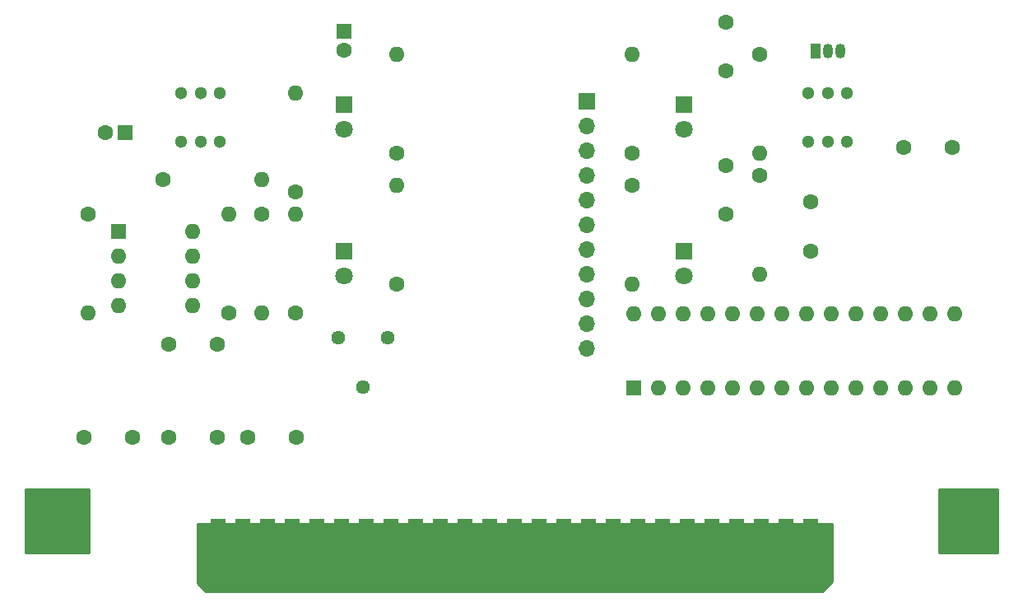
<source format=gbr>
G04 #@! TF.GenerationSoftware,KiCad,Pcbnew,(5.1.7)-1*
G04 #@! TF.CreationDate,2022-01-01T11:30:43-06:00*
G04 #@! TF.ProjectId,FmTransmitterCartridge,466d5472-616e-4736-9d69-747465724361,rev?*
G04 #@! TF.SameCoordinates,Original*
G04 #@! TF.FileFunction,Soldermask,Bot*
G04 #@! TF.FilePolarity,Negative*
%FSLAX46Y46*%
G04 Gerber Fmt 4.6, Leading zero omitted, Abs format (unit mm)*
G04 Created by KiCad (PCBNEW (5.1.7)-1) date 2022-01-01 11:30:43*
%MOMM*%
%LPD*%
G01*
G04 APERTURE LIST*
%ADD10C,1.600000*%
%ADD11O,1.600000X1.600000*%
%ADD12R,1.800000X1.800000*%
%ADD13C,1.800000*%
%ADD14C,5.000000*%
%ADD15R,1.500000X7.000000*%
%ADD16C,1.300000*%
%ADD17R,1.600000X1.600000*%
%ADD18C,1.440000*%
%ADD19R,1.700000X1.700000*%
%ADD20O,1.700000X1.700000*%
%ADD21O,1.050000X1.500000*%
%ADD22R,1.050000X1.500000*%
%ADD23C,0.254000*%
%ADD24C,0.100000*%
G04 APERTURE END LIST*
D10*
G04 #@! TO.C,C8*
X154578000Y-91250000D03*
X154578000Y-86250000D03*
G04 #@! TD*
G04 #@! TO.C,R11*
X110250000Y-101346000D03*
D11*
X110250000Y-91186000D03*
G04 #@! TD*
D12*
G04 #@! TO.C,D4*
X115250000Y-95000000D03*
D13*
X115250000Y-97540000D03*
G04 #@! TD*
G04 #@! TO.C,D5*
X150250000Y-97540000D03*
D12*
X150250000Y-95000000D03*
G04 #@! TD*
D14*
G04 #@! TO.C,H1*
X85350000Y-122600000D03*
G04 #@! TD*
G04 #@! TO.C,H2*
X180150000Y-122600000D03*
G04 #@! TD*
D15*
G04 #@! TO.C,J2*
X163230000Y-126000000D03*
X160690000Y-126000000D03*
X158150000Y-126000000D03*
X155610000Y-126000000D03*
X153070000Y-126000000D03*
X150530000Y-126000000D03*
X147990000Y-126000000D03*
X145450000Y-126000000D03*
X142910000Y-126000000D03*
X140370000Y-126000000D03*
X137830000Y-126000000D03*
X135290000Y-126000000D03*
X132750000Y-126000000D03*
X130210000Y-126000000D03*
X127670000Y-126000000D03*
X125130000Y-126000000D03*
X122590000Y-126000000D03*
X120050000Y-126000000D03*
X117510000Y-126000000D03*
X114970000Y-126000000D03*
X112430000Y-126000000D03*
X109890000Y-126000000D03*
X107350000Y-126000000D03*
X104810000Y-126000000D03*
X102270000Y-126000000D03*
G04 #@! TD*
D10*
G04 #@! TO.C,C4*
X177800000Y-84347000D03*
X172800000Y-84347000D03*
G04 #@! TD*
G04 #@! TO.C,C5*
X154578000Y-76501000D03*
X154578000Y-71501000D03*
G04 #@! TD*
D13*
G04 #@! TO.C,D1*
X115250000Y-82540000D03*
D12*
X115250000Y-80000000D03*
G04 #@! TD*
G04 #@! TO.C,D2*
X150250000Y-80000000D03*
D13*
X150250000Y-82540000D03*
G04 #@! TD*
D11*
G04 #@! TO.C,R4*
X110250000Y-78740000D03*
D10*
X110250000Y-88900000D03*
G04 #@! TD*
G04 #@! TO.C,R5*
X144907000Y-84963000D03*
D11*
X144907000Y-74803000D03*
G04 #@! TD*
D10*
G04 #@! TO.C,R12*
X144907000Y-88265000D03*
D11*
X144907000Y-98425000D03*
G04 #@! TD*
D10*
G04 #@! TO.C,C1*
X110363000Y-114192000D03*
X105363000Y-114192000D03*
G04 #@! TD*
D16*
G04 #@! TO.C,SW1*
X102500000Y-78770000D03*
X100500000Y-78770000D03*
X98500000Y-78770000D03*
X102500000Y-83770000D03*
X100500000Y-83770000D03*
X98500000Y-83770000D03*
G04 #@! TD*
G04 #@! TO.C,SW2*
X163000000Y-83770000D03*
X165000000Y-83770000D03*
X167000000Y-83770000D03*
X163000000Y-78770000D03*
X165000000Y-78770000D03*
X167000000Y-78770000D03*
G04 #@! TD*
D17*
G04 #@! TO.C,U1*
X145100000Y-109087000D03*
D11*
X178120000Y-101467000D03*
X147640000Y-109087000D03*
X175580000Y-101467000D03*
X150180000Y-109087000D03*
X173040000Y-101467000D03*
X152720000Y-109087000D03*
X170500000Y-101467000D03*
X155260000Y-109087000D03*
X167960000Y-101467000D03*
X157800000Y-109087000D03*
X165420000Y-101467000D03*
X160340000Y-109087000D03*
X162880000Y-101467000D03*
X162880000Y-109087000D03*
X160340000Y-101467000D03*
X165420000Y-109087000D03*
X157800000Y-101467000D03*
X167960000Y-109087000D03*
X155260000Y-101467000D03*
X170500000Y-109087000D03*
X152720000Y-101467000D03*
X173040000Y-109087000D03*
X150180000Y-101467000D03*
X175580000Y-109087000D03*
X147640000Y-101467000D03*
X178120000Y-109087000D03*
X145100000Y-101467000D03*
G04 #@! TD*
D17*
G04 #@! TO.C,C2*
X92710000Y-82804000D03*
D10*
X90710000Y-82804000D03*
G04 #@! TD*
G04 #@! TO.C,C3*
X102235000Y-104629000D03*
X97235000Y-104629000D03*
G04 #@! TD*
G04 #@! TO.C,C6*
X97235000Y-114192000D03*
X102235000Y-114192000D03*
G04 #@! TD*
G04 #@! TO.C,C7*
X93472000Y-114192000D03*
X88472000Y-114192000D03*
G04 #@! TD*
G04 #@! TO.C,C9*
X115250000Y-74390000D03*
D17*
X115250000Y-72390000D03*
G04 #@! TD*
D11*
G04 #@! TO.C,R1*
X120650000Y-88265000D03*
D10*
X120650000Y-98425000D03*
G04 #@! TD*
D11*
G04 #@! TO.C,R2*
X88900000Y-101346000D03*
D10*
X88900000Y-91186000D03*
G04 #@! TD*
G04 #@! TO.C,R3*
X106807000Y-91186000D03*
D11*
X106807000Y-101346000D03*
G04 #@! TD*
G04 #@! TO.C,R6*
X103378000Y-91186000D03*
D10*
X103378000Y-101346000D03*
G04 #@! TD*
D11*
G04 #@! TO.C,R7*
X106807000Y-87630000D03*
D10*
X96647000Y-87630000D03*
G04 #@! TD*
G04 #@! TO.C,R8*
X120650000Y-84963000D03*
D11*
X120650000Y-74803000D03*
G04 #@! TD*
D10*
G04 #@! TO.C,R9*
X157988000Y-74803000D03*
D11*
X157988000Y-84963000D03*
G04 #@! TD*
D10*
G04 #@! TO.C,R10*
X157988000Y-87249000D03*
D11*
X157988000Y-97409000D03*
G04 #@! TD*
D18*
G04 #@! TO.C,RV1*
X119761000Y-103886000D03*
X117221000Y-108966000D03*
X114681000Y-103886000D03*
G04 #@! TD*
D19*
G04 #@! TO.C,U2*
X140208000Y-79629000D03*
D20*
X140208000Y-82169000D03*
X140208000Y-84709000D03*
X140208000Y-87249000D03*
X140208000Y-89789000D03*
X140208000Y-92329000D03*
X140208000Y-94869000D03*
X140208000Y-97409000D03*
X140208000Y-99949000D03*
X140208000Y-102489000D03*
X140208000Y-105029000D03*
G04 #@! TD*
D17*
G04 #@! TO.C,U3*
X92075000Y-92964000D03*
D11*
X99695000Y-100584000D03*
X92075000Y-95504000D03*
X99695000Y-98044000D03*
X92075000Y-98044000D03*
X99695000Y-95504000D03*
X92075000Y-100584000D03*
X99695000Y-92964000D03*
G04 #@! TD*
D21*
G04 #@! TO.C,U4*
X165000000Y-74422000D03*
X166270000Y-74422000D03*
D22*
X163730000Y-74422000D03*
G04 #@! TD*
D10*
G04 #@! TO.C,C10*
X163303000Y-94996000D03*
X163303000Y-89996000D03*
G04 #@! TD*
D23*
X165480000Y-129000000D02*
X164480000Y-130000000D01*
X101020000Y-130000000D01*
X100203000Y-129183000D01*
X100203000Y-123063000D01*
X165480000Y-123063000D01*
X165480000Y-129000000D01*
D24*
G36*
X165480000Y-129000000D02*
G01*
X164480000Y-130000000D01*
X101020000Y-130000000D01*
X100203000Y-129183000D01*
X100203000Y-123063000D01*
X165480000Y-123063000D01*
X165480000Y-129000000D01*
G37*
D23*
X89000000Y-126000000D02*
X82500000Y-126000000D01*
X82500000Y-119507000D01*
X89000000Y-119507000D01*
X89000000Y-126000000D01*
D24*
G36*
X89000000Y-126000000D02*
G01*
X82500000Y-126000000D01*
X82500000Y-119507000D01*
X89000000Y-119507000D01*
X89000000Y-126000000D01*
G37*
D23*
X182499000Y-126000000D02*
X176500000Y-126000000D01*
X176500000Y-119507000D01*
X182499000Y-119507000D01*
X182499000Y-126000000D01*
D24*
G36*
X182499000Y-126000000D02*
G01*
X176500000Y-126000000D01*
X176500000Y-119507000D01*
X182499000Y-119507000D01*
X182499000Y-126000000D01*
G37*
M02*

</source>
